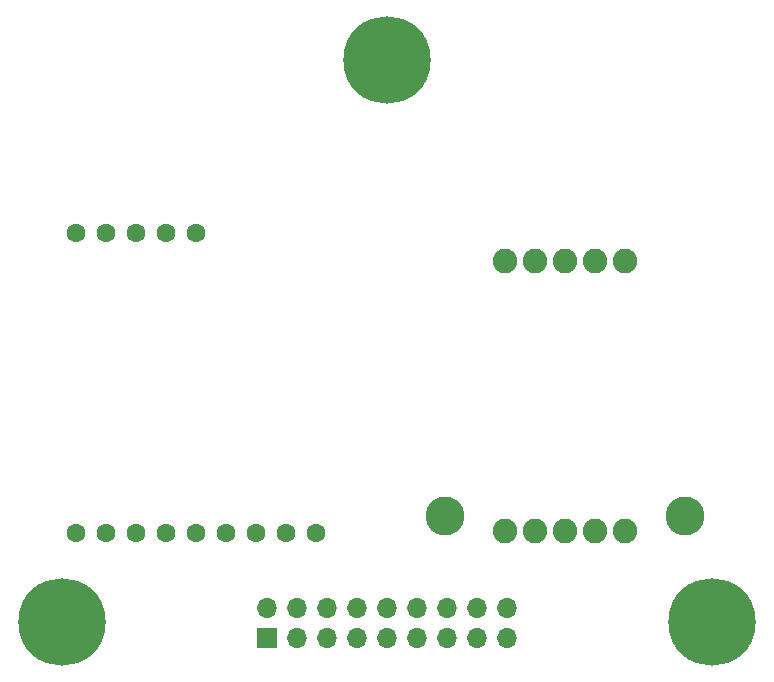
<source format=gbr>
%TF.GenerationSoftware,KiCad,Pcbnew,(6.0.7)*%
%TF.CreationDate,2023-03-09T00:43:44-05:00*%
%TF.ProjectId,EAST_GPS,45415354-5f47-4505-932e-6b696361645f,rev?*%
%TF.SameCoordinates,Original*%
%TF.FileFunction,Soldermask,Bot*%
%TF.FilePolarity,Negative*%
%FSLAX46Y46*%
G04 Gerber Fmt 4.6, Leading zero omitted, Abs format (unit mm)*
G04 Created by KiCad (PCBNEW (6.0.7)) date 2023-03-09 00:43:44*
%MOMM*%
%LPD*%
G01*
G04 APERTURE LIST*
%ADD10C,4.100000*%
%ADD11C,7.400000*%
%ADD12C,1.600000*%
%ADD13C,3.302000*%
%ADD14C,2.082800*%
%ADD15R,1.700000X1.700000*%
%ADD16O,1.700000X1.700000*%
G04 APERTURE END LIST*
D10*
%TO.C,REF\u002A\u002A*%
X170641661Y-116845280D03*
D11*
X170641661Y-116845280D03*
%TD*%
D12*
%TO.C,U2*%
X116860000Y-109345000D03*
X119400000Y-109345000D03*
X121940000Y-109345000D03*
X124480000Y-109345000D03*
X127020000Y-109345000D03*
X129560000Y-109345000D03*
X132100000Y-109345000D03*
X134640000Y-109345000D03*
X137180000Y-109345000D03*
X127020000Y-83945000D03*
X124480000Y-83945000D03*
X121940000Y-83945000D03*
X119400000Y-83945000D03*
X116860000Y-83945000D03*
%TD*%
D13*
%TO.C,U1*%
X168389700Y-107831750D03*
X148069700Y-107831750D03*
D14*
X163309700Y-109101750D03*
X160769700Y-109101750D03*
X158229700Y-109101750D03*
X155689700Y-109101750D03*
X153149700Y-109101750D03*
X163309700Y-86241750D03*
X160769700Y-86241750D03*
X158229700Y-86241750D03*
X155689700Y-86241750D03*
X153149700Y-86241750D03*
%TD*%
D15*
%TO.C,J1*%
X132979000Y-118191200D03*
D16*
X132979000Y-115651200D03*
X135519000Y-118191200D03*
X135519000Y-115651200D03*
X138059000Y-118191200D03*
X138059000Y-115651200D03*
X140599000Y-118191200D03*
X140599000Y-115651200D03*
X143139000Y-118191200D03*
X143139000Y-115651200D03*
X145679000Y-118191200D03*
X145679000Y-115651200D03*
X148219000Y-118191200D03*
X148219000Y-115651200D03*
X150759000Y-118191200D03*
X150759000Y-115651200D03*
X153299000Y-118191200D03*
X153299000Y-115651200D03*
%TD*%
D10*
%TO.C,REF\u002A\u002A*%
X115644369Y-116840000D03*
D11*
X115644369Y-116840000D03*
%TD*%
%TO.C,REF\u002A\u002A*%
X143147778Y-69222624D03*
D10*
X143147778Y-69222624D03*
%TD*%
M02*

</source>
